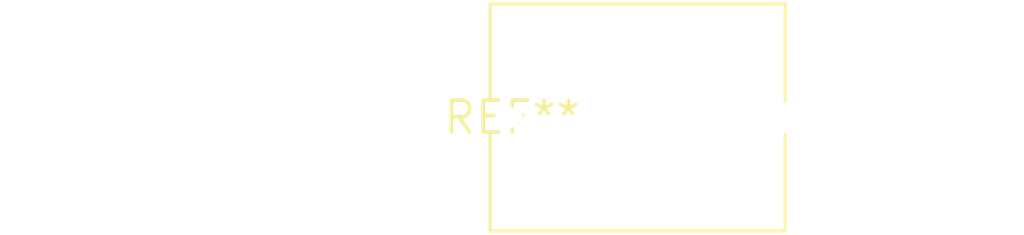
<source format=kicad_pcb>
(kicad_pcb (version 20240108) (generator pcbnew)
  (layers (0 "F.Cu" signal) (31 "B.Cu" signal) (34 "B.Paste" user) (35 "F.Paste" user) (36 "B.SilkS" user "B.Silkscreen") (37 "F.SilkS" user "F.Silkscreen") (38 "B.Mask" user) (39 "F.Mask" user) (44 "Edge.Cuts" user))
  (net 0 "")
  (footprint "C_Rect_L11.5mm_W8.8mm_P10.00mm_MKT" (layer "F.Cu") (at 0 0)
    (property "Reference" "REF**")
    (property "Value" "C_Rect_L11.5mm_W8.8mm_P10.00mm_MKT")
    (fp_line (start -0.87 -4.52) (end -0.87 -0.665) (layer "F.SilkS") (stroke (width 0.12)))
    (fp_line (start -0.87 -4.52) (end 10.87 -4.52) (layer "F.SilkS") (stroke (width 0.12)))
    (fp_line (start -0.87 0.665) (end -0.87 4.52) (layer "F.SilkS") (stroke (width 0.12)))
    (fp_line (start -0.87 4.52) (end 10.87 4.52) (layer "F.SilkS") (stroke (width 0.12)))
    (fp_line (start 10.87 -4.52) (end 10.87 -0.665) (layer "F.SilkS") (stroke (width 0.12)))
    (fp_line (start 10.87 0.665) (end 10.87 4.52) (layer "F.SilkS") (stroke (width 0.12)))
    (pad "1" thru_hole circle (at 0 0) (size 1.6 1.6) (drill 0.8) (layers *.Cu *.Mask) (remove_unused_layers))
    (pad "2" thru_hole circle (at 10 0) (size 1.6 1.6) (drill 0.8) (layers *.Cu *.Mask) (remove_unused_layers))
  )
)
</source>
